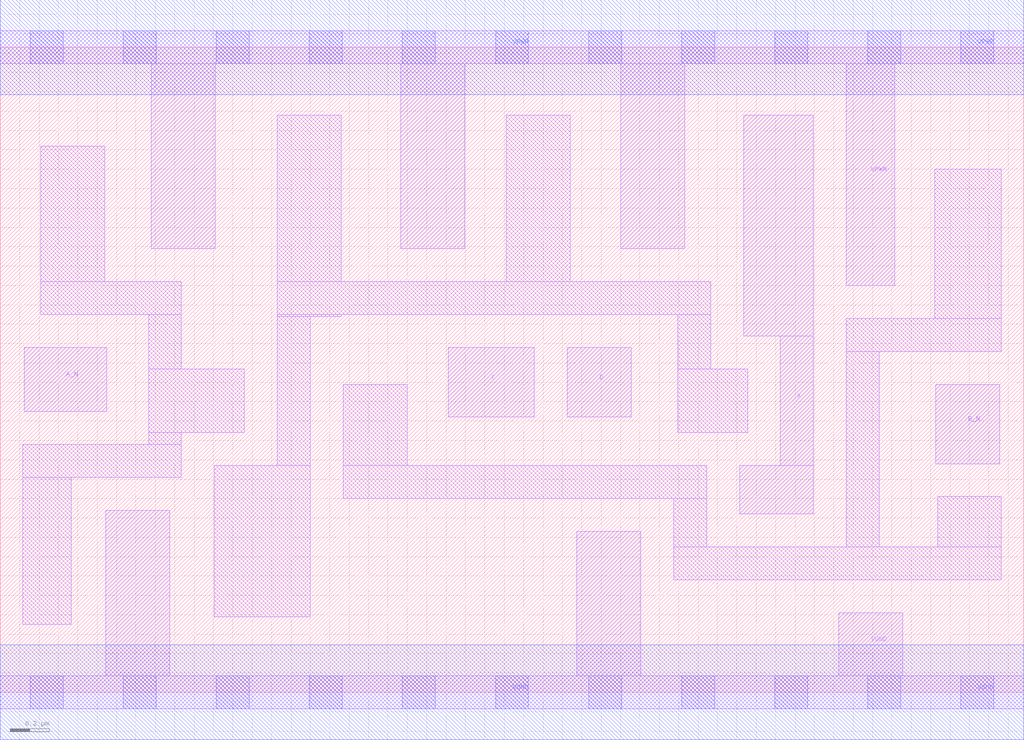
<source format=lef>
# Copyright 2020 The SkyWater PDK Authors
#
# Licensed under the Apache License, Version 2.0 (the "License");
# you may not use this file except in compliance with the License.
# You may obtain a copy of the License at
#
#     https://www.apache.org/licenses/LICENSE-2.0
#
# Unless required by applicable law or agreed to in writing, software
# distributed under the License is distributed on an "AS IS" BASIS,
# WITHOUT WARRANTIES OR CONDITIONS OF ANY KIND, either express or implied.
# See the License for the specific language governing permissions and
# limitations under the License.
#
# SPDX-License-Identifier: Apache-2.0

VERSION 5.7 ;
  NAMESCASESENSITIVE ON ;
  NOWIREEXTENSIONATPIN ON ;
  DIVIDERCHAR "/" ;
  BUSBITCHARS "[]" ;
UNITS
  DATABASE MICRONS 200 ;
END UNITS
MACRO sky130_fd_sc_ls__and4bb_2
  CLASS CORE ;
  SOURCE USER ;
  FOREIGN sky130_fd_sc_ls__and4bb_2 ;
  ORIGIN  0.000000  0.000000 ;
  SIZE  5.280000 BY  3.330000 ;
  SYMMETRY X Y ;
  SITE unit ;
  PIN A_N
    ANTENNAGATEAREA  0.208500 ;
    DIRECTION INPUT ;
    USE SIGNAL ;
    PORT
      LAYER li1 ;
        RECT 0.125000 1.450000 0.550000 1.780000 ;
    END
  END A_N
  PIN B_N
    ANTENNAGATEAREA  0.208500 ;
    DIRECTION INPUT ;
    USE SIGNAL ;
    PORT
      LAYER li1 ;
        RECT 4.825000 1.180000 5.155000 1.590000 ;
    END
  END B_N
  PIN C
    ANTENNAGATEAREA  0.261000 ;
    DIRECTION INPUT ;
    USE SIGNAL ;
    PORT
      LAYER li1 ;
        RECT 2.310000 1.420000 2.755000 1.780000 ;
    END
  END C
  PIN D
    ANTENNAGATEAREA  0.261000 ;
    DIRECTION INPUT ;
    USE SIGNAL ;
    PORT
      LAYER li1 ;
        RECT 2.925000 1.420000 3.255000 1.780000 ;
    END
  END D
  PIN X
    ANTENNADIFFAREA  0.543200 ;
    DIRECTION OUTPUT ;
    USE SIGNAL ;
    PORT
      LAYER li1 ;
        RECT 3.815000 0.920000 4.195000 1.170000 ;
        RECT 3.835000 1.840000 4.195000 2.980000 ;
        RECT 4.025000 1.170000 4.195000 1.840000 ;
    END
  END X
  PIN VGND
    DIRECTION INOUT ;
    SHAPE ABUTMENT ;
    USE GROUND ;
    PORT
      LAYER li1 ;
        RECT 0.000000 -0.085000 5.280000 0.085000 ;
        RECT 0.545000  0.085000 0.875000 0.940000 ;
        RECT 2.975000  0.085000 3.305000 0.830000 ;
        RECT 4.325000  0.085000 4.655000 0.410000 ;
      LAYER mcon ;
        RECT 0.155000 -0.085000 0.325000 0.085000 ;
        RECT 0.635000 -0.085000 0.805000 0.085000 ;
        RECT 1.115000 -0.085000 1.285000 0.085000 ;
        RECT 1.595000 -0.085000 1.765000 0.085000 ;
        RECT 2.075000 -0.085000 2.245000 0.085000 ;
        RECT 2.555000 -0.085000 2.725000 0.085000 ;
        RECT 3.035000 -0.085000 3.205000 0.085000 ;
        RECT 3.515000 -0.085000 3.685000 0.085000 ;
        RECT 3.995000 -0.085000 4.165000 0.085000 ;
        RECT 4.475000 -0.085000 4.645000 0.085000 ;
        RECT 4.955000 -0.085000 5.125000 0.085000 ;
      LAYER met1 ;
        RECT 0.000000 -0.245000 5.280000 0.245000 ;
    END
  END VGND
  PIN VPWR
    DIRECTION INOUT ;
    SHAPE ABUTMENT ;
    USE POWER ;
    PORT
      LAYER li1 ;
        RECT 0.000000 3.245000 5.280000 3.415000 ;
        RECT 0.780000 2.290000 1.110000 3.245000 ;
        RECT 2.065000 2.290000 2.395000 3.245000 ;
        RECT 3.200000 2.290000 3.530000 3.245000 ;
        RECT 4.365000 2.100000 4.615000 3.245000 ;
      LAYER mcon ;
        RECT 0.155000 3.245000 0.325000 3.415000 ;
        RECT 0.635000 3.245000 0.805000 3.415000 ;
        RECT 1.115000 3.245000 1.285000 3.415000 ;
        RECT 1.595000 3.245000 1.765000 3.415000 ;
        RECT 2.075000 3.245000 2.245000 3.415000 ;
        RECT 2.555000 3.245000 2.725000 3.415000 ;
        RECT 3.035000 3.245000 3.205000 3.415000 ;
        RECT 3.515000 3.245000 3.685000 3.415000 ;
        RECT 3.995000 3.245000 4.165000 3.415000 ;
        RECT 4.475000 3.245000 4.645000 3.415000 ;
        RECT 4.955000 3.245000 5.125000 3.415000 ;
      LAYER met1 ;
        RECT 0.000000 3.085000 5.280000 3.575000 ;
    END
  END VPWR
  OBS
    LAYER li1 ;
      RECT 0.115000 0.350000 0.365000 1.110000 ;
      RECT 0.115000 1.110000 0.935000 1.280000 ;
      RECT 0.210000 1.950000 0.935000 2.120000 ;
      RECT 0.210000 2.120000 0.540000 2.820000 ;
      RECT 0.765000 1.280000 0.935000 1.340000 ;
      RECT 0.765000 1.340000 1.260000 1.670000 ;
      RECT 0.765000 1.670000 0.935000 1.950000 ;
      RECT 1.105000 0.390000 1.600000 1.170000 ;
      RECT 1.430000 1.170000 1.600000 1.940000 ;
      RECT 1.430000 1.940000 1.760000 1.950000 ;
      RECT 1.430000 1.950000 3.665000 2.120000 ;
      RECT 1.430000 2.120000 1.760000 2.980000 ;
      RECT 1.770000 1.000000 3.645000 1.170000 ;
      RECT 1.770000 1.170000 2.100000 1.590000 ;
      RECT 2.610000 2.120000 2.940000 2.980000 ;
      RECT 3.475000 0.580000 5.165000 0.750000 ;
      RECT 3.475000 0.750000 3.645000 1.000000 ;
      RECT 3.495000 1.340000 3.855000 1.670000 ;
      RECT 3.495000 1.670000 3.665000 1.950000 ;
      RECT 4.365000 0.750000 4.535000 1.760000 ;
      RECT 4.365000 1.760000 5.165000 1.930000 ;
      RECT 4.820000 1.930000 5.165000 2.700000 ;
      RECT 4.835000 0.750000 5.165000 1.010000 ;
  END
END sky130_fd_sc_ls__and4bb_2

</source>
